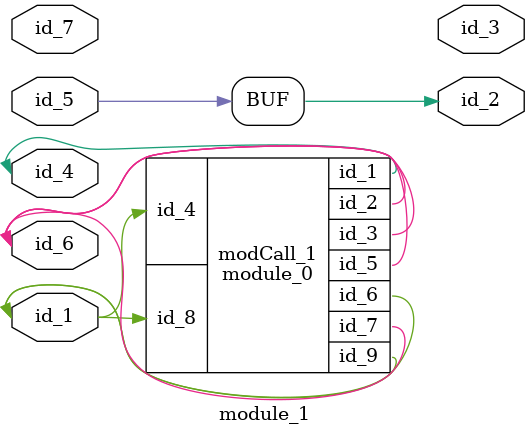
<source format=v>
module module_0 (
    id_1,
    id_2,
    id_3,
    id_4,
    id_5,
    id_6,
    id_7,
    id_8,
    id_9
);
  inout wire id_9;
  input wire id_8;
  inout wire id_7;
  output wire id_6;
  inout wire id_5;
  input wire id_4;
  output wire id_3;
  inout wire id_2;
  inout wire id_1;
endmodule
module module_1 (
    id_1,
    id_2,
    id_3,
    id_4,
    id_5,
    id_6,
    id_7
);
  input wire id_7;
  inout wire id_6;
  inout wire id_5;
  inout wire id_4;
  output wire id_3;
  output wire id_2;
  inout wire id_1;
  assign id_2 = id_5;
  module_0 modCall_1 (
      id_4,
      id_6,
      id_6,
      id_1,
      id_6,
      id_1,
      id_6,
      id_1,
      id_1
  );
endmodule

</source>
